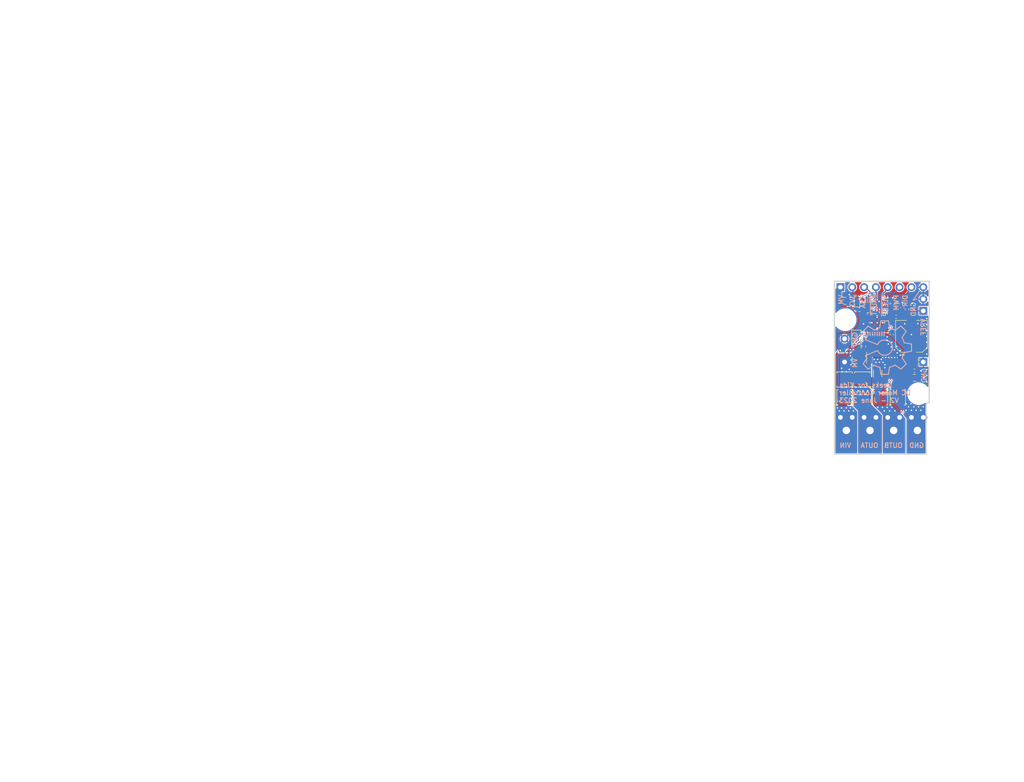
<source format=kicad_pcb>
(kicad_pcb (version 20221018) (generator pcbnew)
  (title_block (title "Brushed DC Motor Driver") (date "2023-04-26") (rev "2.0") (company "Geeks for Kids") (comment 1 "Designed for JLCPCB Manufacturing and Assembly"))
  (layers (0 "F.Cu" signal "Front") (31 "B.Cu" signal "Back") (34 "B.Paste" user) (35 "F.Paste" user) (36 "B.SilkS" user "B.Silkscreen") (37 "F.SilkS" user "F.Silkscreen") (38 "B.Mask" user) (39 "F.Mask" user) (44 "Edge.Cuts" user))
  (net 0 "")
  (net 1 "GND")
  (net 2 "VDDA")
  (net 3 "VDD")
  (net 4 "/CPL")
  (net 5 "/CPH")
  (net 6 "/VCP")
  (net 7 "VCC")
  (net 8 "+BATT")
  (net 9 "Net-(D1-A)")
  (net 10 "/CSA_OUT")
  (net 11 "/~{FAULT}")
  (net 12 "/~{SLEEP}")
  (net 13 "/PWM")
  (net 14 "/DIR")
  (net 15 "/VREF")
  (net 16 "/MOTOR_OUT_A")
  (net 17 "/MOTOR_OUT_B")
  (net 18 "/CURRENT_SENSE_P")
  (net 19 "/V_SENSE")
  (net 20 "/CURRENT_SENSE_N")
  (net 21 "/GR")
  (net 22 "Net-(Q1-B)")
  (net 23 "/GH2")
  (net 24 "/GL2")
  (net 25 "/GH1")
  (net 26 "/GL1")
  (net 27 "/~{CHOPPING}")
  (net 28 "/IDRIVE")
  (net 29 "/REF_3V3")
  (footprint "Brushed_DC_Motor_Driver_Parts:C_0805_2012Metric" (layer "F.Cu") (at 200.34 88.04 180)
    (fp_text reference "C8" hide)
    (fp_text value "10u" hide)
  )
  (footprint "Brushed_DC_Motor_Driver_Parts:MountingHole_2.2mm_M2" (layer "F.Cu") (at 216.154 107.95)
    (fp_text reference "H1" hide)
    (fp_text value "MountingHole_Pad" hide)
  )
  (footprint "Brushed_DC_Motor_Driver_Parts:C_0805_2012Metric" (layer "F.Cu") (at 215.265 104.521 180)
    (fp_text reference "C6" hide)
    (fp_text value "10u" hide)
  )
  (footprint "Brushed_DC_Motor_Driver_Parts:PinHeader_1x02_P5.00mm_Vertical" (layer "F.Cu") (at 200.279 101.1428 90)
    (fp_text reference "J4" hide)
    (fp_text value "Conn_01x02" hide)
  )
  (footprint "Brushed_DC_Motor_Driver_Parts:AON7418" (layer "F.Cu") (at 211.709 108.712 90)
    (fp_text reference "Q2" hide)
    (fp_text value "AON7418" hide)
  )
  (footprint "Brushed_DC_Motor_Driver_Parts:R_0402_1005Metric" (layer "F.Cu") (at 200.63 98.76 180)
    (fp_text reference "R9" hide)
    (fp_text value "43k" hide)
  )
  (footprint "Brushed_DC_Motor_Driver_Parts:PinHeader_1x01_P2.54mm_Vertical" (layer "F.Cu") (at 217.17 101.1428)
    (fp_text reference "J5" hide)
    (fp_text value "Conn_01x01" hide)
  )
  (footprint "Brushed_DC_Motor_Driver_Parts:MountingHole_2.2mm_M2" (layer "F.Cu") (at 200.406 92.075)
    (fp_text reference "H2" hide)
    (fp_text value "MountingHole_Pad" hide)
  )
  (footprint "Brushed_DC_Motor_Driver_Parts:D_SOD-123F" (layer "F.Cu") (at 202.81 96.52 -90)
    (fp_text reference "D1" hide)
    (fp_text value "A2" hide)
  )
  (footprint "Brushed_DC_Motor_Driver_Parts:R_0402_1005Metric" (layer "F.Cu") (at 213.677 89.84 -90)
    (fp_text reference "R1" hide)
    (fp_text value "330k" hide)
  )
  (footprint "Brushed_DC_Motor_Driver_Parts:RGE0024F" (layer "F.Cu") (at 207.284 92.715 180)
    (fp_text reference "U1" hide)
    (fp_text value "DRV8701" hide)
  )
  (footprint "Brushed_DC_Motor_Driver_Parts:R_0402_1005Metric" (layer "F.Cu") (at 214.82 89.84 90)
    (fp_text reference "R2" hide)
    (fp_text value "68.1k" hide)
  )
  (footprint "Brushed_DC_Motor_Driver_Parts:AON7418" (layer "F.Cu") (at 200.279 104.902 180)
    (fp_text reference "Q5" hide)
    (fp_text value "AON7418" hide)
  )
  (footprint "Brushed_DC_Motor_Driver_Parts:SOT-23" (layer "F.Cu") (at 203.454 100.711 -90)
    (fp_text reference "Q1" hide)
    (fp_text value "MMBT5551" hide)
  )
  (footprint "Brushed_DC_Motor_Driver_Parts:C_0402_1005Metric" (layer "F.Cu") (at 209.55 88.62 -90)
    (fp_text reference "C2" hide)
    (fp_text value "1u" hide)
  )
  (footprint "Brushed_DC_Motor_Driver_Parts:AON7418" (layer "F.Cu") (at 207.899 108.712 -90)
    (fp_text reference "Q3" hide)
    (fp_text value "AON7418" hide)
  )
  (footprint "Brushed_DC_Motor_Driver_Parts:C_0402_1005Metric" (layer "F.Cu") (at 212.6488 89.535 -90)
    (fp_text reference "C1" hide)
    (fp_text value "1u" hide)
  )
  (footprint "Brushed_DC_Motor_Driver_Parts:C_0402_1005Metric" (layer "F.Cu") (at 215.28 103.01 180)
    (fp_text reference "C5" hide)
    (fp_text value "0.1u" hide)
  )
  (footprint "Brushed_DC_Motor_Driver_Parts:C_0402_1005Metric" (layer "F.Cu") (at 211.328 91.44)
    (fp_text reference "C3" hide)
    (fp_text value "0.1u" hide)
  )
  (footprint "Brushed_DC_Motor_Driver_Parts:CP_Elec_6.3x7.7" (layer "F.Cu") (at 214.63 95.631 90)
    (fp_text reference "C7" hide)
    (fp_text value "150u" hide)
  )
  (footprint "Brushed_DC_Motor_Driver_Parts:AON7418" (layer "F.Cu") (at 200.279 108.712 90)
    (fp_text reference "Q4" hide)
    (fp_text value "AON7418" hide)
  )
  (footprint "Brushed_DC_Motor_Driver_Parts:PinHeader_1x08_P2.54mm_Vertical" (layer "F.Cu") (at 199.39 113.03 90)
    (fp_text reference "J6" hide)
    (fp_text value "Conn_01x08" hide)
  )
  (footprint "Brushed_DC_Motor_Driver_Parts:PinHeader_1x02_P2.54mm_Vertical" (layer "F.Cu") (at 217.17 90.17 180)
    (fp_text reference "J2" hide)
    (fp_text value "Conn_01x02" hide)
  )
  (footprint "Brushed_DC_Motor_Driver_Parts:CUI_TB004-508-04BE" (layer "F.Cu") (at 200.66 115.824)
    (fp_text reference "J3" hide)
    (fp_text value "Screw_Terminal_01x04" hide)
  )
  (footprint "Brushed_DC_Motor_Driver_Parts:R_0402_1005Metric" (layer "F.Cu") (at 204.216 88.327 90)
    (fp_text reference "R11" hide)
    (fp_text value "10k" hide)
  )
  (footprint "Brushed_DC_Motor_Driver_Parts:R_0402_1005Metric" (layer "F.Cu") (at 203.454 89.916)
    (fp_text reference "R7" hide)
    (fp_text value "10k" hide)
  )
  (footprint "Brushed_DC_Motor_Driver_Parts:PinHeader_1x08_P2.54mm_Vertical" (layer "F.Cu") (at 199.39 85.09 90)
    (fp_text reference "J1" hide)
    (fp_text value "Conn_01x08" hide)
  )
  (footprint "Brushed_DC_Motor_Driver_Parts:R_1206_3216Metric" (layer "F.Cu") (at 207.391 103.632 90)
    (fp_text reference "R10" hide)
    (fp_text value "1m" hide)
  )
  (footprint "Brushed_DC_Motor_Driver_Parts:NetTie-2_SMD_Pad0.2mm" (layer "F.Cu") (at 208.153 103.378 180)
    (fp_text reference "NT2" hide)
    (fp_text value "NetTie_2" hide)
  )
  (footprint "Brushed_DC_Motor_Driver_Parts:R_0402_1005Metric" (layer "F.Cu") (at 211.582 88.61 -90)
    (fp_text reference "R5" hide)
    (fp_text value "68.1k" hide)
  )
  (footprint "Brushed_DC_Motor_Driver_Parts:C_0402_1005Metric" (layer "F.Cu") (at 210.439 95.25 -90)
    (fp_text reference "C4" hide)
    (fp_text value "1u" hide)
  )
  (footprint "Brushed_DC_Motor_Driver_Parts:R_0402_1005Metric" (layer "F.Cu") (at 204.43 97.79 -90)
    (fp_text reference "R8" hide)
    (fp_text value "10k" hide)
  )
  (footprint "Brushed_DC_Motor_Driver_Parts:R_0402_1005Metric" (layer "F.Cu") (at 210.566 88.61 90)
    (fp_text reference "R6" hide)
    (fp_text value "~" hide)
  )
  (footprint "Brushed_DC_Motor_Driver_Parts:AON7418" (layer "F.Cu") (at 204.089 104.902 180)
    (fp_text reference "Q6" hide)
    (fp_text value "AON7418" hide)
  )
  (footprint "Diode_SMD:D_SOD-523" (layer "F.Cu") (at 202.946 88.073 90)
    (fp_text reference "D1001" hide)
    (fp_text value "3V3")
  )
  (footprint "Brushed_DC_Motor_Driver_Parts:NetTie-2_SMD_Pad0.2mm" (layer "F.Cu") (at 207.391 104.648 90)
    (fp_text reference "NT1" hide)
    (fp_text value "NetTie_2" hide)
  )
  (gr_arc (start 205.063331 100.325406) (mid 204.910021 100.04547) (end 204.777168 99.755267) (stroke (width 0.2032)) (layer "B.SilkS"))
  (gr_arc (start 207.365167 97.413267) (mid 210.540167 98.048267) (end 207.365167 98.683267) (stroke (width 0.2032)) (layer "B.SilkS"))
  (gr_line (start 215.773 87.63) (end 215.011 87.884) (stroke (width 0.2032)) (layer "B.SilkS"))
  (gr_arc (start 204.787168 96.375267) (mid 204.930989 96.059717) (end 205.098639 95.756156) (stroke (width 0.2032)) (layer "B.SilkS"))
  (gr_line (start 212.377167 93.425267) (end 211.117166 94.335268) (stroke (width 0.2032)) (layer "B.SilkS"))
  (gr_line (start 205.357167 102.675267) (end 206.637167 101.795266) (stroke (width 0.2032)) (layer "B.SilkS"))
  (gr_line (start 204.777167 99.755267) (end 207.365167 98.683267) (stroke (width 0.2032)) (layer "B.SilkS"))
  (gr_line (start 211.102158 101.803915) (end 212.397167 102.655267) (stroke (width 0.2032)) (layer "B.SilkS"))
  (gr_line (start 214.657167 98.815267) (end 214.647167 97.285267) (stroke (width 0.2032)) (layer "B.SilkS"))
  (gr_line (start 207.858004 102.301886) (end 208.087167 103.795267) (stroke (width 0.2032)) (layer "B.SilkS"))
  (gr_line (start 204.787167 96.375267) (end 207.365167 97.413267) (stroke (width 0.2032)) (layer "B.SilkS"))
  (gr_arc (start 206.646926 94.304868) (mid 207.20941 94.018273) (end 207.807167 93.815268) (stroke (width 0.2032)) (layer "B.SilkS"))
  (gr_line (start 215.011 87.884) (end 216.281 85.979) (stroke (width 0.2032)) (layer "B.SilkS"))
  (gr_arc (start 209.946663 93.857313) (mid 210.549392 94.053487) (end 211.117166 94.335268) (stroke (width 0.2032)) (layer "B.SilkS"))
  (gr_line (start 209.946663 93.857313) (end 209.707167 92.315267) (stroke (width 0.2032)) (layer "B.SilkS"))
  (gr_line (start 205.357167 93.435267) (end 204.247167 94.555267) (stroke (width 0.2032)) (layer "B.SilkS"))
  (gr_line (start 209.707167 92.315267) (end 208.077167 92.315267) (stroke (width 0.2032)) (layer "B.SilkS"))
  (gr_arc (start 213.06943 99.135864) (mid 212.876838 99.70177) (end 212.607167 100.235267) (stroke (width 0.2032)) (layer "B.SilkS"))
  (gr_line (start 214.647167 97.285267) (end 213.067167 97.005267) (stroke (width 0.2032)) (layer "B.SilkS"))
  (gr_line (start 212.602616 95.867939) (end 213.507167 94.565267) (stroke (width 0.2032)) (layer "B.SilkS"))
  (gr_arc (start 207.858004 102.301886) (mid 207.228475 102.094627) (end 206.637167 101.795266) (stroke (width 0.2032)) (layer "B.SilkS"))
  (gr_arc (start 211.102158 101.803915) (mid 210.541227 102.07606) (end 209.947167 102.265267) (stroke (width 0.2032)) (layer "B.SilkS"))
  (gr_line (start 212.397167 102.655267) (end 213.527167 101.545267) (stroke (width 0.2032)) (layer "B.SilkS"))
  (gr_line (start 205.063331 100.325406) (end 204.267167 101.545267) (stroke (width 0.2032)) (layer "B.SilkS"))
  (gr_line (start 208.077167 92.315267) (end 207.807167 93.815268) (stroke (width 0.2032)) (layer "B.SilkS"))
  (gr_line (start 213.527167 101.545267) (end 212.607167 100.235267) (stroke (width 0.2032)) (layer "B.SilkS"))
  (gr_line (start 209.667167 103.795267) (end 209.947167 102.265267) (stroke (width 0.2032)) (layer "B.SilkS"))
  (gr_line (start 213.06943 99.135864) (end 214.657167 98.815267) (stroke (width 0.2032)) (layer "B.SilkS"))
  (gr_line (start 213.36 86.487) (end 213.741 85.979) (stroke (width 0.2032)) (layer "B.SilkS"))
  (gr_line (start 213.507167 94.565267) (end 212.377167 93.425267) (stroke (width 0.2032)) (layer "B.SilkS"))
  (gr_line (start 204.267167 101.545267) (end 205.357167 102.675267) (stroke (width 0.2032)) (layer "B.SilkS"))
  (gr_line (start 208.087167 103.795267) (end 209.667167 103.795267) (stroke (width 0.2032)) (layer "B.SilkS"))
  (gr_arc (start 212.602616 95.867939) (mid 212.875661 96.41995) (end 213.067167 97.005267) (stroke (width 0.2032)) (layer "B.SilkS"))
  (gr_line (start 204.247167 94.555267) (end 205.098639 95.756156) (stroke (width 0.2032)) (layer "B.SilkS"))
  (gr_line (start 206.646926 94.304868) (end 205.357167 93.435267) (stroke (width 0.2032)) (layer "B.SilkS"))
  (gr_arc (start 217.805 110.49) (mid 217.990987 110.040987) (end 218.44 109.855) (stroke (width 0.254)) (layer "Edge.Cuts"))
  (gr_line (start 217.805 120.904) (end 217.805 110.49) (stroke (width 0.254)) (layer "Edge.Cuts"))
  (gr_line (start 198.12 120.904) (end 198.12 83.82) (stroke (width 0.254)) (layer "Edge.Cuts"))
  (gr_line (start 198.12 120.904) (end 217.805 120.904) (stroke (width 0.254)) (layer "Edge.Cuts"))
  (gr_line (start 218.44 109.855) (end 218.44 83.82) (stroke (width 0.254)) (layer "Edge.Cuts"))
  (gr_line (start 218.44 83.82) (end 198.12 83.82) (stroke (width 0.254)) (layer "Edge.Cuts"))
  (gr_text "VREF" (at 217.805 91.694 90) (layer "B.SilkS") (effects (font (size 1.016 1.016) (thickness 0.2032) bold) (justify left bottom mirror)))
  (gr_text "GND" (at 215.646 88.138 90) (layer "B.SilkS") (effects (font (size 1.016 1.016) (thickness 0.2032) bold) (justify left bottom mirror)))
  (gr_text "CSA" (at 204.851 86.614 90) (layer "B.SilkS") (effects (font (size 1.016 1.016) (thickness 0.2032) bold) (justify left bottom mirror)))
  (gr_text "OUTA" (at 207.645 119.634) (layer "B.SilkS") (effects (font (size 1.016 1.016) (thickness 0.2032) bold) (justify left bottom mirror)))
  (gr_text "GND" (at 217.932 102.362 90) (layer "B.SilkS") (effects (font (size 1.016 1.016) (thickness 0.2032) bold) (justify left bottom mirror)))
  (gr_text "VIN" (at 201.803 119.634) (layer "B.SilkS") (effects (font (size 1.016 1.016) (thickness 0.2032) bold) (justify left bottom mirror)))
  (gr_text "DIR" (at 213.868 86.614 90) (layer "B.SilkS") (effects (font (size 1.016 1.016) (thickness 0.2032) bold) (justify left bottom mirror)))
  (gr_text "GND" (at 203.073 94.615 90) (layer "B.SilkS") (effects (font (size 1.016 1.016) (thickness 0.2032) bold) (justify left bottom mirror)))
  (gr_text "PWM" (at 211.963 86.614 90) (layer "B.SilkS") (effects (font (size 1.016 1.016) (thickness 0.2032) bold) (justify left bottom mirror)))
  (gr_text "VM" (at 200.152 86.614 90) (layer "B.SilkS") (effects (font (size 1.016 1.016) (thickness 0.2032) bold) (justify left bottom mirror)))
  (gr_text "GND" (at 217.424 119.634) (layer "B.SilkS") (effects (font (size 1.016 1.016) (thickness 0.2032) bold) (justify left bottom mirror)))
  (gr_text "OUTB" (at 212.852 119.634) (layer "B.SilkS") (effects (font (size 1.016 1.016) (thickness 0.2032) bold) (justify left bottom mirror)))
  (gr_text "3V3" (at 202.565 86.487 90) (layer "B.SilkS") (effects (font (size 1.016 1.016) (thickness 0.2032) bold) (justify left bottom mirror)))
  (gr_text "~{SLEEP}" (at 209.677 86.614 90) (layer "B.SilkS") (effects (font (size 1.016 1.016) (thickness 0.2032) bold) (justify left bottom mirror)))
  (gr_text "~{FAULT}" (at 207.264 86.614 90) (layer "B.SilkS") (effects (font (size 1.016 1.016) (thickness 0.2032) bold) (justify left bottom mirror)))
  (gr_text "VM" (at 203.073 100.203 90) (layer "B.SilkS") (effects (font (size 1.016 1.016) (thickness 0.2032) bold) (justify left bottom mirror)))
  (gr_text "Geeks for Kids\nDC Motor Controller\nV2 - June 2023" (at 199.009 109.982) (layer "B.SilkS") (effects (font (size 1.016 1.016) (thickness 0.2032) bold) (justify right bottom mirror)))
  (segment (start 209.55 87.376) (end 209.55 88.14) (width 0.2032) (layer "F.Cu") (net 1))
  (segment (start 207.907 91.965) (end 207.157 92.715) (width 0.2032) (layer "F.Cu") (net 1))
  (segment (start 204.635 92.965) (end 204.35 92.96) (width 0.2032) (layer "F.Cu") (net 1))
  (segment (start 207.984 93.415) (end 207.984 92.015) (width 0.2032) (layer "F.Cu") (net 1))
  (segment (start 206.584 93.415) (end 207.984 93.415) (width 0.2032) (layer "F.Cu") (net 1))
  (segment (start 206.907 92.965) (end 207.157 92.715) (width 0.2032) (layer "F.Cu") (net 1))
  (segment (start 206.584 92.015) (end 206.584 93.415) (width 0.2032) (layer "F.Cu") (net 1))
  (segment (start 205.384 92.965) (end 204.635 92.965) (width 0.2032) (layer "F.Cu") (net 1))
  (segment (start 212.6488 88.392) (end 212.6488 89.055) (width 0.2032) (layer "F.Cu") (net 1))
  (segment (start 214.8078 88.519) (end 214.8078 89.3178) (width 0.2032) (layer "F.Cu") (net 1))
  (segment (start 204.35 92.96) (end 204.63 92.97) (width 0.2032) (layer "F.Cu") (net 1))
  (segment (start 214.8078 89.3178) (end 214.82 89.33) (width 0.2032) (layer "F.Cu") (net 1))
  (segment (start 209.057 91.965) (end 207.907 91.965) (width 0.2032) (layer "F.Cu") (net 1))
  (segment (start 207.984 92.015) (end 206.584 92.015) (width 0.2032) (layer "F.Cu") (net 1))
  (segment (start 205.257 92.965) (end 206.907 92.965) (width 0.2032) (layer "F.Cu") (net 1))
  (via (at 208.9409 102.362) (size 0.508) (drill 0.3048) (layers "F.Cu" "B.Cu") (net 1))
  (via (at 208.534 101.219) (size 0.508) (drill 0.3048) (layers "F.Cu" "B.Cu") (net 1))
  (via (at 201.3 86.67) (size 0.508) (drill 0.3048) (layers "F.Cu" "B.Cu") (net 1))
  (via (at 217.932 95.631) (size 0.508) (drill 0.3048) (layers "F.Cu" "B.Cu") (net 1))
  (via (at 216 92.92) (size 0.508) (drill 0.3048) (layers "F.Cu" "B.Cu") (net 1))
  (via (at 204.35 92.96) (size 0.508) (drill 0.3048) (layers "F.Cu" "B.Cu") (net 1))
  (via (at 216.662 111.506) (size 0.508) (drill 0.3048) (layers "F.Cu" "B.Cu") (net 1))
  (via (at 213.487 110.109) (size 0.508) (drill 0.3048) (layers "F.Cu" "B.Cu") (net 1))
  (via (at 214.63 95.25) (size 0.508) (drill 0.3048) (layers "F.Cu" "B.Cu") (net 1))
  (via (at 202.114437 89.115143) (size 0.508) (drill 0.3048) (layers "F.Cu" "B.Cu") (net 1))
  (via (at 217.932 94.361) (size 0.508) (drill 0.3048) (layers "F.Cu" "B.Cu") (net 1))
  (via (at 217.932 91.821) (size 0.508) (drill 0.3048) (layers "F.Cu" "B.Cu") (net 1))
  (via (at 215.138 110.744) (size 0.508) (drill 0.3048) (layers "F.Cu" "B.Cu") (net 1))
  (via (at 212.6488 88.392) (size 0.508) (drill 0.3048) (layers "F.Cu" "B.Cu") (net 1))
  (via (at 217.932 93.091) (size 0.508) (drill 0.3048) (layers "F.Cu" "B.Cu") (net 1))
  (via (at 214.8078 88.519) (size 0.508) (drill 0.3048) (layers "F.Cu" "B.Cu") (net 1))
  (via (at 210.566 87.3663) (size 0.508) (drill 0.3048) (layers "F.Cu" "B.Cu") (net 1))
  (via (at 214.503 110.109) (size 0.508) (drill 0.3048) (layers "F.Cu" "B.Cu") (net 1))
  (via (at 213.995 110.744) (size 0.508) (drill 0.3048) (layers "F.Cu" "B.Cu") (net 1))
  (via (at 217.932 99.441) (size 0.508) (drill 0.3048) (layers "F.Cu" "B.Cu") (net 1))
  (via (at 213.17 92.94) (size 0.508) (drill 0.3048) (layers "F.Cu" "B.Cu") (net 1))
  (via (at 217.932 104.013) (size 0.508) (drill 0.3048) (layers "F.Cu" "B.Cu") (net 1))
  (via (at 209.55 87.376) (size 0.508) (drill 0.3048) (layers "F.Cu" "B.Cu") (net 1))
  (via (at 215.646 111.506) (size 0.508) (drill 0.3048) (layers "F.Cu" "B.Cu") (net 1))
  (via (at 207.772 101.219) (size 0.508) (drill 0.3048) (layers "F.Cu" "B.Cu") (net 1))
  (via (at 199.39 98.679) (size 0.508) (drill 0.3048) (layers "F.Cu" "B.Cu") (net 1))
  (via (at 217.932 102.743) (size 0.508) (drill 0.3048) (layers "F.Cu" "B.Cu") (net 1))
  (via (at 216.64 103.01) (size 0.508) (drill 0.3048) (layers "F.Cu" "B.Cu") (net 1))
  (via (at 214.63 111.506) (size 0.508) (drill 0.3048) (layers "F.Cu" "B.Cu") (net 1))
  (via (at 206.6431 100.584) (size 0.508) (drill 0.3048) (layers "F.Cu" "B.Cu") (net 1))
  (via (at 208.153 100.584) (size 0.508) (drill 0.3048) (layers "F.Cu" "B.Cu") (net 1))
  (via (at 217.932 96.901) (size 0.508) (drill 0.3048) (layers "F.Cu" "B.Cu") (net 1))
  (via (at 207.01 101.219) (size 0.508) (drill 0.3048) (layers "F.Cu" "B.Cu") (net 1))
  (via (at 207.712078 88.138) (size 0.508) (drill 0.3048) (layers "F.Cu" "B.Cu") (net 1))
  (via (at 208.9409 101.727) (size 0.508) (drill 0.3048) (layers "F.Cu" "B.Cu") (net 1))
  (via (at 217.932 98.171) (size 0.508) (drill 0.3048) (layers "F.Cu" "B.Cu") (net 1))
  (via (at 207.391 100.584) (size 0.508) (drill 0.3048) (layers "F.Cu" "B.Cu") (net 1))
  (via (at 217.17 110.744) (size 0.508) (drill 0.3048) (layers "F.Cu" "B.Cu") (net 1))
  (via (at 202.38 88.04) (size 0.508) (drill 0.3048) (layers "F.Cu" "B.Cu") (net 1))
  (via (at 213.487 111.506) (size 0.508) (drill 0.3048) (layers "F.Cu" "B.Cu") (net 1))
  (via (at 217.932 105.41) (size 0.508) (drill 0.3048) (layers "F.Cu" "B.Cu") (net 1))
  (via (at 217.3 104.51) (size 0.508) (drill 0.3048) (layers "F.Cu" "B.Cu") (net 1))
  (via (at 216.154 110.744) (size 0.508) (drill 0.3048) (layers "F.Cu" "B.Cu") (net 1))
  (segment (start 209.439235 90.815) (end 208.534 90.815) (width 0.2032) (layer "F.Cu") (net 2))
  (segment (start 212.306222 90.3172) (end 209.937035 90.3172) (width 0.2032) (layer "F.Cu") (net 2))
  (segment (start 213.677 89.33) (end 213.677 88.582) (width 0.2032) (layer "F.Cu") (net 2))
  (segment (start 213.677 89.33) (end 213.2614 89.7456) (width 0.2032) (layer "F.Cu") (net 2))
  (segment (start 209.937035 90.3172) (end 209.439235 90.815) (width 0.2032) (layer "F.Cu") (net 2))
  (segment (start 211.57 88.14) (end 211.61 88.1) (width 0.2032) (layer "F.Cu") (net 2))
  (segment (start 212.979 87.884) (end 211.798 87.884) (width 0.2032) (layer "F.Cu") (net 2))
  (segment (start 211.798 87.884) (end 211.582 88.1) (width 0.2032) (layer "F.Cu") (net 2))
  (segment (start 213.677 88.582) (end 212.979 87.884) (width 0.2032) (layer "F.Cu") (net 2))
  (segment (start 213.2614 89.7456) (end 212.877822 89.7456) (width 0.2032) (layer "F.Cu") (net 2))
  (segment (start 212.877822 89.7456) (end 212.306222 90.3172) (width 0.2032) (layer "F.Cu") (net 2))
  (via (at 208.661 88.9) (size 0.508) (drill 0.3048) (layers "F.Cu" "B.Cu") (net 3))
  (segment (start 204.077268 88.042001) (end 201.93 85.894733) (width 0.2032) (layer "B.Cu") (net 3))
  (segment (start 206.733241 87.57) (end 206.26124 88.042001) (width 0.2032) (layer "B.Cu") (net 3))
  (segment (start 206.26124 88.042001) (end 204.077268 88.042001) (width 0.2032) (layer "B.Cu") (net 3))
  (segment (start 208.661 88.237563) (end 207.993437 87.57) (width 0.2032) (layer "B.Cu") (net 3))
  (segment (start 201.93 85.894733) (end 201.93 85.09) (width 0.2032) (layer "B.Cu") (net 3))
  (segment (start 208.661 88.9) (end 208.661 88.237563) (width 0.2032) (layer "B.Cu") (net 3))
  (segment (start 207.993437 87.57) (end 206.733241 87.57) (width 0.2032) (layer "B.Cu") (net 3))
  (segment (start 209.057 92.465) (end 209.823 92.465) (width 0.2032) (layer "F.Cu") (net 4))
  (segment (start 209.823 92.465) (end 210.848 91.44) (width 0.2032) (layer "F.Cu") (net 4))
  (segment (start 210.828978 92.1056) (end 211.193284 92.1056) (width 0.2032) (layer "F.Cu") (net 5))
  (segment (start 209.969578 92.965) (end 210.828978 92.1056) (width 0.2032) (layer "F.Cu") (net 5))
  (segment (start 211.193284 92.1056) (end 211.808 91.490884) (width 0.2032) (layer "F.Cu") (net 5))
  (segment (start 209.057 92.965) (end 209.969578 92.965) (width 0.2032) (layer "F.Cu") (net 5))
  (segment (start 211.808 91.490884) (end 211.808 91.44) (width 0.2032) (layer "F.Cu") (net 5))
  (segment (start 210.439 93.98) (end 210.439 94.77) (width 0.2032) (layer "F.Cu") (net 6))
  (segment (start 209.924 93.465) (end 209.057 93.465) (width 0.2032) (layer "F.Cu") (net 6))
  (segment (start 210.185 93.726) (end 210.439 93.98) (width 0.2032) (layer "F.Cu") (net 6))
  (segment (start 210.185 93.726) (end 209.924 93.465) (width 0.2032) (layer "F.Cu") (net 6))
  (segment (start 204.47 95.631) (end 204.47 97.28) (width 0.2032) (layer "F.Cu") (net 6))
  (via (at 204.47 95.631) (size 0.508) (drill 0.3048) (layers "F.Cu" "B.Cu") (net 6))
  (via (at 210.185 93.726) (size 0.508) (drill 0.3048) (layers "F.Cu" "B.Cu") (net 6))
  (segment (start 208.788 95.123) (end 210.185 93.726) (width 0.2032) (layer "B.Cu") (net 6))
  (segment (start 208.788 95.123) (end 204.978 95.123) (width 0.2032) (layer "B.Cu") (net 6))
  (segment (start 204.978 95.123) (end 204.47 95.631) (width 0.2032) (layer "B.Cu") (net 6))
  (segment (start 198.628 99.568) (end 200.279 101.219) (width 0.3048) (layer "F.Cu") (net 7))
  (segment (start 200.758 89.408) (end 199.39 88.04) (width 0.2032) (layer "F.Cu") (net 7))
  (segment (start 198.628 98.933) (end 198.628 99.568) (width 0.3048) (layer "F.Cu") (net 7))
  (segment (start 202.125737 89.916) (end 201.617737 89.408) (width 0.2032) (layer "F.Cu") (net 7))
  (segment (start 201.617737 89.408) (end 200.758 89.408) (width 0.2032) (layer "F.Cu") (net 7))
  (segment (start 199.377 87.63) (end 199.377 85.103) (width 0.508) (layer "F.Cu") (net 7))
  (segment (start 199.377 85.103) (end 199.39 85.09) (width 0.3048) (layer "F.Cu") (net 7))
  (segment (start 202.879 89.916) (end 202.125737 89.916) (width 0.2032) (layer "F.Cu") (net 7))
  (segment (start 202.944 89.851) (end 202.879 89.916) (width 0.2032) (layer "F.Cu") (net 7))
  (via (at 210.439 96.901) (size 0.508) (drill 0.3048) (layers "F.Cu" "B.Cu") (net 7))
  (via (at 210.947 98.552) (size 0.508) (drill 0.3048) (layers "F.Cu" "B.Cu") (net 7))
  (via (at 212.217 98.679) (size 0.508) (drill 0.3048) (layers "F.Cu" "B.Cu") (net 7))
  (via (at 201.803 108.331) (size 0.508) (drill 0.3048) (layers "F.Cu" "B.Cu") (net 7))
  (via (at 209.423 96.52) (size 0.508) (drill 0.3048) (layers "F.Cu" "B.Cu") (net 7))
  (via (at 198.628 98.933) (size 0.508) (drill 0.3048) (layers "F.Cu" "B.Cu") (net 7))
  (via (at 199.644 102.489) (size 0.508) (drill 0.3048) (layers "F.Cu" "B.Cu") (net 7))
  (via (at 199.771 103.251) (size 0.508) (drill 0.3048) (layers "F.Cu" "B.Cu") (net 7))
  (via (at 200.66 103.251) (size 0.508) (drill 0.3048) (layers "F.Cu" "B.Cu") (net 7))
  (via (at 210.312 97.917) (size 0.508) (drill 0.3048) (layers "F.Cu" "B.Cu") (net 7))
  (via (at 211.582 99.187) (size 0.508) (drill 0.3048) (layers "F.Cu" "B.Cu") (net 7))
  (via (at 209.677 97.282) (size 0.508) (drill 0.3048) (layers "F.Cu" "B.Cu") (net 7))
  (via (at 212.217 99.695) (size 0.508) (drill 0.3048) (layers "F.Cu" "B.Cu") (net 7))
  (via (at 199.771 106.553) (size 0.508) (drill 0.3048) (layers "F.Cu" "B.Cu") (net 7))
  (via (at 211.455 97.79) (size 0.508) (drill 0.3048) (layers "F.Cu" "B.Cu") (net 7))
  (via (at 209.423 95.758) (size 0.508) (drill 0.3048) (layers "F.Cu" "B.Cu") (net 7))
  (via (at 201.803 107.569) (size 0.508) (drill 0.3048) (layers "F.Cu" "B.Cu") (net 7))
  (via (at 201.676 101.727) (size 0.508) (drill 0.3048) (layers "F.Cu" "B.Cu") (net 7))
  (via (at 201.803 109.093) (size 0.508) (drill 0.3048) (layers "F.Cu" "B.Cu") (net 7))
  (via (at 201.549 99.822) (size 0.508) (drill 0.3048) (layers "F.Cu" "B.Cu") (net 7))
  (via (at 201.295 102.743) (size 0.508) (drill 0.3048) (layers "F.Cu" "B.Cu") (net 7))
  (via (at 201.676 100.711) (size 0.508) (drill 0.3048) (layers "F.Cu" "B.Cu") (net 7))
  (via (at 200.66 106.553) (size 0.508) (drill 0.3048) (layers "F.Cu" "B.Cu") (net 7))
  (segment (start 202.957454 91.420888) (end 202.892881 91.179916) (width 0.3048) (layer "B.Cu") (net 7))
  (segment (start 201.747613 94.341668) (end 201.945531 94.189796) (width 0.3048) (layer "B.Cu") (net 7))
  (segment (start 202.035077 94.102938) (end 202.433939 93.704076) (width 0.3048) (layer "B.Cu") (net 7))
  (segment (start 202.9919 91.792962) (end 202.990022 91.668226) (width 0.3048) (layer "B.Cu") (net 7))
  (segment (start 198.4756 86.0044) (end 199.39 85.09) (width 0.3048) (layer "B.Cu") (net 7))
  (segment (start 202.797432 93.200576) (end 202.892906 92.970091) (width 0.3048) (layer "B.Cu") (net 7))
  (segment (start 201.531576 89.683568) (end 201.301091 89.588094) (width 0.3048) (layer "B.Cu") (net 7))
  (segment (start 201.531565 94.466408) (end 201.747613 94.341668) (width 0.3048) (layer "B.Cu") (net 7))
  (segment (start 202.672691 93.416626) (end 202.797432 93.200576) (width 0.3048) (layer "B.Cu") (net 7))
  (segment (start 202.892906 92.970091) (end 202.95748 92.729117) (width 0.3048) (layer "B.Cu") (net 7))
  (segment (start 202.520816 93.614547) (end 202.672691 93.416626) (width 0.3048) (layer "B.Cu") (net 7))
  (segment (start 198.4756 88.4936) (end 198.4756 86.0044) (width 0.3048) (layer "B.Cu") (net 7))
  (segment (start 200.688038 94.6609) (end 200.812774 94.659022) (width 0.3048) (layer "B.Cu") (net 7))
  (segment (start 202.672668 90.733387) (end 202.520796 90.535469) (width 0.3048) (layer "B.Cu") (net 7))
  (segment (start 202.520796 90.535469) (end 202.433938 90.445923) (width 0.3048) (layer "B.Cu") (net 7))
  (segment (start 202.797408 90.949435) (end 202.672668 90.733387) (width 0.3048) (layer "B.Cu") (net 7))
  (segment (start 198.4756 98.7806) (end 198.4756 94.6609) (width 0.3048) (layer "B.Cu") (net 7))
  (segment (start 201.060112 94.626454) (end 201.301084 94.561881) (width 0.3048) (layer "B.Cu") (net 7))
  (segment (start 202.990048 92.481776) (end 202.9919 92.357038) (width 0.3048) (layer "B.Cu") (net 7))
  (segment (start 201.945531 94.189796) (end 202.035077 94.102938) (width 0.3048) (layer "B.Cu") (net 7))
  (segment (start 202.035076 90.047061) (end 201.945547 89.960184) (width 0.3048) (layer "B.Cu") (net 7))
  (segment (start 200.812774 94.659022) (end 201.060112 94.626454) (width 0.3048) (layer "B.Cu") (net 7))
  (segment (start 202.433938 90.445923) (end 202.035076 90.047061) (width 0.3048) (layer "B.Cu") (net 7))
  (segment (start 201.060117 89.52352) (end 200.812776 89.490952) (width 0.3048) (layer "B.Cu") (net 7))
  (segment (start 199.4711 89.4891) (end 198.4756 88.4936) (width 0.3048) (layer "B.Cu") (net 7))
  (segment (start 201.301091 89.588094) (end 201.060117 89.52352) (width 0.3048) (layer "B.Cu") (net 7))
  (segment (start 198.628 98.933) (end 198.4756 98.7806) (width 0.3048) (layer "B.Cu") (net 7))
  (segment (start 201.747626 89.808309) (end 201.531576 89.683568) (width 0.3048) (layer "B.Cu") (net 7))
  (segment (start 202.990022 91.668226) (end 202.957454 91.420888) (width 0.3048) (layer "B.Cu") (net 7))
  (segment (start 200.688038 89.4891) (end 199.4711 89.4891) (width 0.3048) (layer "B.Cu") (net 7))
  (segment (start 201.945547 89.960184) (end 201.747626 89.808309) (width 0.3048) (layer "B.Cu") (net 7))
  (segment (start 202.95748 92.729117) (end 202.990048 92.481776) (width 0.3048) (layer "B.Cu") (net 7))
  (segment (start 198.4756 94.6609) (end 200.688038 94.6609) (width 0.3048) (layer "B.Cu") (net 7))
  (segment (start 202.892881 91.179916) (end 202.797408 90.949435) (width 0.3048) (layer "B.Cu") (net 7))
  (segment (start 202.9919 92.357038) (end 202.9919 91.792962) (width 0.3048) (layer "B.Cu") (net 7))
  (segment (start 202.433939 93.704076) (end 202.520816 93.614547) (width 0.3048) (layer "B.Cu") (net 7))
  (segment (start 200.812776 89.490952) (end 200.688038 89.4891) (width 0.3048) (layer "B.Cu") (net 7))
  (segment (start 201.301084 94.561881) (end 201.531565 94.466408) (width 0.3048) (layer "B.Cu") (net 7))
  (segment (start 204.063255 95.12) (end 202.81 95.12) (width 0.254) (layer "F.Cu") (net 8))
  (segment (start 204.29287 94.890385) (end 204.063255 95.12) (width 0.254) (layer "F.Cu") (net 8))
  (via (at 198.755 110.998) (size 0.508) (drill 0.3048) (layers "F.Cu" "B.Cu") (net 8))
  (via (at 199.136 111.633) (size 0.508) (drill 0.3048) (layers "F.Cu" "B.Cu") (net 8))
  (via (at 204.29287 94.890385) (size 0.508) (drill 0.3048) (layers "F.Cu" "B.Cu") (net 8))
  (via (at 201.549 110.998) (size 0.508) (drill 0.3048) (layers "F.Cu" "B.Cu") (net 8))
  (via (at 201.168 111.633) (size 0.508) (drill 0.3048) (layers "F.Cu" "B.Cu") (net 8))
  (via (at 200.152 111.633) (size 0.508) (drill 0.3048) (layers "F.Cu" "B.Cu") (net 8))
  (via (at 200.66 110.998) (size 0.508) (drill 0.3048) (layers "F.Cu" "B.Cu") (net 8))
  (via (at 199.644 110.998) (size 0.508) (drill 0.3048) (layers "F.Cu" "B.Cu") (net 8))
  (via (at 202.184 111.633) (size 0.508) (drill 0.3048) (layers "F.Cu" "B.Cu") (net 8))
  (segment (start 204.29287 94.890385) (end 203.2259 95.957355) (width 0.254) (layer "B.Cu") (net 8))
  (segment (start 198.4502 110.6932) (end 198.755 110.998) (width 0.254) (layer "B.Cu") (net 8))
  (segment (start 203.2259 95.957355) (end 203.2259 96.41068) (width 0.254) (layer "B.Cu") (net 8))
  (segment (start 200.236579 99.400001) (end 199.113499 99.400001) (width 0.254) (layer "B.Cu") (net 8))
  (segment (start 203.2259 96.41068) (end 200.236579 99.400001) (width 0.254) (layer "B.Cu") (net 8))
  (segment (start 199.113499 99.400001) (end 198.4502 100.0633) (width 0.254) (layer "B.Cu") (net 8))
  (segment (start 198.4502 100.0633) (end 198.4502 110.6932) (width 0.254) (layer "B.Cu") (net 8))
  (segment (start 202.8952 97.92) (end 202.8952 98.6282) (width 0.254) (layer "F.Cu") (net 9))
  (segment (start 202.8952 98.6282) (end 203.454 99.187) (width 0.254) (layer "F.Cu") (net 9))
  (segment (start 203.454 99.187) (end 203.454 101.6485) (width 0.254) (layer "F.Cu") (net 9))
  (segment (start 206.747378 89.000751) (end 206.747378 87.092937) (width 0.2032) (layer "F.Cu") (net 10))
  (segment (start 206.534 90.815) (end 206.534 90.421395) (width 0.2032) (layer "F.Cu") (net 10))
  (segment (start 206.998219 89.957176) (end 206.998219 89.251592) (width 0.2032) (layer "F.Cu") (net 10))
  (segment (start 204.744441 85.09) (end 204.47 85.09) (width 0.2032) (layer "F.Cu") (net 10))
  (segment (start 206.747378 87.092937) (end 204.744441 85.09) (width 0.2032) (layer "F.Cu") (net 10))
  (segment (start 206.998219 89.251592) (end 206.747378 89.000751) (width 0.2032) (layer "F.Cu") (net 10))
  (segment (start 206.534 90.421395) (end 206.998219 89.957176) (width 0.2032) (layer "F.Cu") (net 10))
  (segment (start 207.534 89.212637) (end 207.534 90.815) (width 0.2032) (layer "F.Cu") (net 11))
  (segment (start 207.153778 86.267415) (end 207.153778 88.832415) (width 0.2032) (layer "F.Cu") (net 11))
  (segment (start 207.01 86.123637) (end 207.153778 86.267415) (width 0.2032) (layer "F.Cu") (net 11))
  (segment (start 207.01 85.09) (end 207.01 86.123637) (width 0.2032) (layer "F.Cu") (net 11))
  (segment (start 207.153778 88.832415) (end 207.534 89.212637) (width 0.2032) (layer "F.Cu") (net 11))
  (segment (start 205.379 90.212103) (end 205.379 91.465) (width 0.2032) (layer "F.Cu") (net 12))
  (segment (start 203.949115 87.550115) (end 204.216 87.817) (width 0.2032) (layer "F.Cu") (net 12))
  (segment (start 205.379 91.465) (end 205.384 91.465) (width 0.2032) (layer "F.Cu") (net 12))
  (segment (start 209.55 85.725) (end 209.55 85.09) (width 0.2032) (layer "F.Cu") (net 12))
  (segment (start 206.188578 87.3244) (end 205.867 87.645978) (width 0.2032) (layer "F.Cu") (net 12))
  (segment (start 205.867 89.724103) (end 205.379 90.212103) (width 0.2032) (layer "F.Cu") (net 12))
  (segment (start 208.58 87.3663) (end 208.58 86.441) (width 0.2032) (layer "F.Cu") (net 12))
  (segment (start 209.55 85.471) (end 209.55 85.09) (width 0.2032) (layer "F.Cu") (net 12))
  (segment (start 205.867 87.645978) (end 205.867 89.724103) (width 0.2032) (layer "F.Cu") (net 12))
  (segment (start 208.576 87.3703) (end 208.58 87.3663) (width 0.2032) (layer "F.Cu") (net 12))
  (segment (start 208.58 86.441) (end 209.55 85.471) (width 0.2032) (layer "F.Cu") (net 12))
  (segment (start 203.949115 87.123585) (end 203.949115 87.550115) (width 0.2032) (layer "F.Cu") (net 12))
  (via (at 203.949115 87.123585) (size 0.508) (drill 0.3048) (layers "F.Cu" "B.Cu") (net 12))
  (via (at 208.58 87.3663) (size 0.508) (drill 0.3048) (layers "F.Cu" "B.Cu") (net 12))
  (via (at 206.188578 87.3244) (size 0.508) (drill 0.3048) (layers "F.Cu" "B.Cu") (net 12))
  (segment (start 204.461131 87.635601) (end 203.949115 87.123585) (width 0.2032) (layer "B.Cu") (net 12))
  (segment (start 205.877377 87.635601) (end 204.461131 87.635601) (width 0.2032) (layer "B.Cu") (net 12))
  (segment (start 206.188578 87.3244) (end 206.349378 87.1636) (width 0.2032) (layer "B.Cu") (net 12))
  (segment (start 206.188578 87.3244) (end 205.877377 87.635601) (width 0.2032) (layer "B.Cu") (net 12))
  (segment (start 208.3773 87.1636) (end 208.58 87.3663) (width 0.2032) (layer "B.Cu") (net 12))
  (segment (start 206.349378 87.1636) (end 208.3773 87.1636) (width 0.2032) (layer "B.Cu") (net 12))
  (segment (start 204.7742 91.248037) (end 204.7742 91.748805) (width 0.2032) (layer "F.Cu") (net 13))
  (segment (start 204.9526 90.063767) (end 204.9526 91.069637) (width 0.2032) (layer "F.Cu") (net 13))
  (segment (start 204.9526 91.069637) (end 204.7742 91.248037) (width 0.2032) (layer "F.Cu") (net 13))
  (segment (start 204.7742 91.748805) (end 204.990395 91.965) (width 0.2032) (layer "F.Cu") (net 13))
  (segment (start 204.990395 91.965) (end 205.384 91.965) (width 0.2032) (layer "F.Cu") (net 13))
  (segment (start 205.4606 89.555767) (end 204.9526 90.063767) (width 0.2032) (layer "F.Cu") (net 13))
  (segment (start 205.263465 86.670401) (end 205.4606 86.867536) (width 0.2032) (layer "F.Cu") (net 13))
  (segment (start 205.4606 86.867536) (end 205.4606 89.555767) (width 0.2032) (layer "F.Cu") (net 13))
  (via (at 205.263465 86.670401) (size 0.508) (drill 0.3048) (layers "F.Cu" "B.Cu") (net 13))
  (segment (start 205.776844 86.3) (end 210.88 86.3) (width 0.2032) (layer "B.Cu") (net 13))
  (segment (start 205.263465 86.670401) (end 205.406443 86.670401) (width 0.2032) (layer "B.Cu") (net 13))
  (segment (start 210.88 86.3) (end 212.09 85.09) (width 0.2032) (layer "B.Cu") (net 13))
  (segment (start 205.406443 86.670401) (end 205.776844 86.3) (width 0.2032) (layer "B.Cu") (net 13))
  (segment (start 204.843817 92.465) (end 205.384 92.465) (width 0.2032) (layer "F.Cu") (net 14))
  (segment (start 205.0542 87.436517) (end 205.0542 89.387431) (width 0.2032) (layer "F.Cu") (net 14))
  (segment (start 204.5462 89.895431) (end 204.5462 90.901301) (width 0.2032) (layer "F.Cu") (net 14))
  (segment (start 205.0542 89.387431) (end 204.5462 89.895431) (width 0.2032) (layer "F.Cu") (net 14))
  (segment (start 204.3678 91.079701) (end 204.3678 91.988983) (width 0.2032) (layer "F.Cu") (net 14))
  (segment (start 204.654501 87.036818) (end 205.0542 87.436517) (width 0.2032) (layer "F.Cu") (net 14))
  (segment (start 204.5462 90.901301) (end 204.3678 91.079701) (width 0.2032) (layer "F.Cu") (net 14))
  (segment (start 204.3678 91.988983) (end 204.843817 92.465) (width 0.2032) (layer "F.Cu") (net 14))
  (via (at 204.654501 87.036818) (size 0.508) (drill 0.3048) (layers "F.Cu" "B.Cu") (net 14))
  (segment (start 205.966222 86.7572) (end 212.9628 86.7572) (width 0.2032) (layer "B.Cu") (net 14))
  (segment (start 205.494221 87.229201) (end 205.966222 86.7572) (width 0.2032) (layer "B.Cu") (net 14))
  (segment (start 212.9628 86.7572) (end 214.63 85.09) (width 0.2032) (layer "B.Cu") (net 14))
  (segment (start 205.032002 87.229201) (end 205.494221 87.229201) (width 0.2032) (layer "B.Cu") (net 14))
  (segment (start 204.839619 87.036818) (end 205.032002 87.229201) (width 0.2032) (layer "B.Cu") (net 14))
  (segment (start 204.654501 87.036818) (end 204.839619 87.036818) (width 0.2032) (layer "B.Cu") (net 14))
  (segment (start 215.45 90.35) (end 214.82 90.35) (width 0.2032) (layer "F.Cu") (net 15))
  (segment (start 213.2526 90.7744) (end 213.677 90.35) (width 0.2032) (layer "F.Cu") (net 15))
  (segment (start 209.435813 91.465) (end 210.126413 90.7744) (width 0.2032) (layer "F.Cu") (net 15))
  (segment (start 217.17 90.17) (end 215.63 90.17) (width 0.2032) (layer "F.Cu") (net 15))
  (segment (start 209.057 91.465) (end 209.435813 91.465) (width 0.2032) (layer "F.Cu") (net 15))
  (segment (start 210.126413 90.7744) (end 213.2526 90.7744) (width 0.2032) (layer "F.Cu") (net 15))
  (segment (start 214.82 90.35) (end 213.677 90.35) (width 0.2032) (layer "F.Cu") (net 15))
  (segment (start 215.63 90.17) (end 215.45 90.35) (width 0.2032) (layer "F.Cu") (net 15))
  (segment (start 205.5584 101.216336) (end 205.5584 94.1394) (width 0.2032) (layer "F.Cu") (net 16))
  (segment (start 205.1164 101.658336) (end 205.5584 101.216336) (width 0.2032) (layer "F.Cu") (net 16))
  (segment (start 203.704 104.271) (end 205.1164 102.8586) (width 0.2032) (layer "F.Cu") (net 16))
  (segment (start 205.1164 102.8586) (end 205.1164 101.658336) (width 0.2032) (layer "F.Cu") (net 16))
  (segment (start 205.5584 94.1394) (end 205.384 93.965) (width 0.2032) (layer "F.Cu") (net 16))
  (segment (start 203.704 104.902) (end 203.704 104.271) (width 0.2032) (layer "F.Cu") (net 16))
  (via (at 203.708 108.077) (size 0.508) (drill 0.3048) (layers "F.Cu" "B.Cu") (net 16))
  (via (at 204.724 106.553) (size 0.508) (drill 0.3048) (layers "F.Cu" "B.Cu") (net 16))
  (via (at 204.724 108.077) (size 0.508) (drill 0.3048) (layers "F.Cu" "B.Cu") (net 16))
  (via (at 205.232 107.315) (size 0.508) (drill 0.3048) (layers "F.Cu" "B.Cu") (net 16))
  (via (at 203.708 106.553) (size 0.508) (drill 0.3048) (layers "F.Cu" "B.Cu") (net 16))
  (via (at 202.692 108.077) (size 0.508) (drill 0.3048) (layers "F.Cu" "B.Cu") (net 16))
  (via (at 202.692 106.553) (size 0.508) (drill 0.3048) (layers "F.Cu" "B.Cu") (net 16))
  (via (at 204.216 107.315) (size 0.508) (drill 0.3048) (layers "F.Cu" "B.Cu") (net 16))
  (via (at 203.2 107.315) (size 0.508) (drill 0.3048) (layers "F.Cu" "B.Cu") (net 16))
  (segment (start 210.921597 100.396863) (end 208.034 97.509266) (width 0.2032) (layer "F.Cu") (net 17))
  (segment (start 209.83 107.48) (end 209.83 106.682263) (width 0.2032) (layer "F.Cu") (net 17))
  (segment (start 209.83 106.682263) (end 210.0453 106.466963) (width 0.2032) (layer "F.Cu") (net 17))
  (segment (start 209.4992 105.3592) (end 209.4992 104.721956) (width 0.2032) (layer "F.Cu") (net 17))
  (segment (start 209.4992 104.721956) (end 210.9216 103.299556) (width 0.2032) (layer "F.Cu") (net 17))
  (segment (start 210.0453 106.466963) (end 210.0453 105.9053) (width 0.2032) (layer "F.Cu") (net 17))
  (segment (start 207.899 109.097) (end 208.213 109.097) (width 0.2032) (layer "F.Cu") (net 17))
  (segment (start 208.213 109.097) (end 209.83 107.48) (width 0.2032) (layer "F.Cu") (net 17))
  (segment (start 210.9216 103.299556) (end 210.921597 100.396863) (width 0.2032) (layer "F.Cu") (net 17))
  (segment (start 210.0453 105.9053) (end 209.4992 105.3592) (width 0.2032) (layer "F.Cu") (net 17))
  (segment (start 208.034 97.509266) (end 208.034 94.615) (width 0.2032) (layer "F.Cu") (net 17))
  (via (at 208.788 111.633) (size 0.508) (drill 0.3048) (layers "F.Cu" "B.Cu") (net 17))
  (via (at 207.391 110.871) (size 0.508) (drill 0.3048) (layers "F.Cu" "B.Cu") (net 17))
  (via (at 210.439 110.871) (size 0.508) (drill 0.3048) (layers "F.Cu" "B.Cu") (net 17))
  (via (at 211.074 111.633) (size 0.508) (drill 0.3048) (layers "F.Cu" "B.Cu") (net 17))
  (via (at 208.407 110.871) (size 0.508) (drill 0.3048) (layers "F.Cu" "B.Cu") (net 17))
  (via (at 209.423 110.871) (size 0.508) (drill 0.3048) (layers "F.Cu" "B.Cu") (net 17))
  (via (at 209.931 111.633) (size 0.508) (drill 0.3048) (layers "F.Cu" "B.Cu") (net 17))
  (segment (start 210.0072 102.9208) (end 209.042 103.886) (width 0.2032) (layer "F.Cu") (net 18))
  (segment (start 207.034 97.802422) (end 210.007199 100.775621) (width 0.2032) (layer "F.Cu") (net 18))
  (segment (start 210.007199 100.775621) (end 210.0072 102.9208) (width 0.2032) (layer "F.Cu") (net 18))
  (segment (start 209.042 103.886) (end 208.153 103.886) (width 0.2032) (layer "F.Cu") (net 18))
  (segment (start 207.034 94.615) (end 207.034 97.802422) (width 0.2032) (layer "F.Cu") (net 18))
  (segment (start 208.153 103.378) (end 208.903422 103.378) (width 0.2032) (layer "F.Cu") (net 20))
  (segment (start 206.534 97.949) (end 209.55 100.965) (width 0.2032) (layer "F.Cu") (net 20))
  (segment (start 208.903422 103.378) (end 209.55 102.731422) (width 0.2032) (layer "F.Cu") (net 20))
  (segment (start 206.534 94.615) (end 206.534 97.949) (width 0.2032) (layer "F.Cu") (net 20))
  (segment (start 209.55 100.965) (end 209.55 102.731422) (width 0.2032) (layer "F.Cu") (net 20))
  (segment (start 203.7544 96.6265) (end 203.7544 97.7164) (width 0.2032) (layer "F.Cu") (net 21))
  (segment (start 204.404 98.366) (end 204.404 99.7735) (width 0.2032) (layer "F.Cu") (net 21))
  (segment (start 201.803 110.137) (end 201.254 110.137) (width 0.254) (layer "F.Cu") (net 21))
  (segment (start 203.8609 96.52) (end 203.7544 96.6265) (width 0.2032) (layer "F.Cu") (net 21))
  (segment (start 203.7544 97.7164) (end 204.404 98.366) (width 0.2032) (layer "F.Cu") (net 21))
  (via (at 203.8609 96.52) (size 0.508) (drill 0.3048) (layers "F.Cu" "B.Cu") (net 21))
  (via (at 201.803 110.137) (size 0.508) (drill 0.3048) (layers "F.Cu" "B.Cu") (net 21))
  (segment (start 198.9582 100.201878) (end 198.9582 109.6772) (width 0.254) (layer "B.Cu") (net 21))
  (segment (start 203.8609 96.52) (end 203.835 96.52) (width 0.254) (layer "B.Cu") (net 21))
  (segment (start 200.447 99.908) (end 199.252078 99.908) (width 0.254) (layer "B.Cu") (net 21))
  (segment (start 199.252078 99.908) (end 198.9582 100.201878) (width 0.254) (layer "B.Cu") (net 21))
  (segment (start 199.39 110.109) (end 201.775 110.109) (width 0.254) (layer "B.Cu") (net 21))
  (segment (start 203.835 96.52) (end 200.447 99.908) (width 0.254) (layer "B.Cu") (net 21))
  (segment (start 198.9582 109.6772) (end 199.39 110.109) (width 0.254) (layer "B.Cu") (net 21))
  (segment (start 201.775 110.109) (end 201.803 110.137) (width 0.254) (layer "B.Cu") (net 21))
  (segment (start 201.14 98.76) (end 201.9475 98.76) (width 0.2032) (layer "F.Cu") (net 22))
  (segment (start 201.9475 98.76) (end 202.504 99.3165) (width 0.2032) (layer "F.Cu") (net 22))
  (segment (start 202.504 99.3165) (end 202.504 99.7735) (width 0.2032) (layer "F.Cu") (net 22))
  (segment (start 210.132849 104.734885) (end 211.3788 103.488934) (width 0.2032) (layer "F.Cu") (net 23))
  (segment (start 211.3788 103.488934) (end 211.378796 100.207484) (width 0.2032) (layer "F.Cu") (net 23))
  (segment (start 208.534 97.362688) (end 208.534 94.615) (width 0.2032) (layer "F.Cu") (net 23))
  (segment (start 212.685578 111.866919) (end 212.684 111.865341) (width 0.2032) (layer "F.Cu") (net 23))
  (segment (start 211.378796 100.207484) (end 208.534 97.362688) (width 0.2032) (layer "F.Cu") (net 23))
  (segment (start 212.684 111.865341) (end 212.684 110.137) (width 0.2032) (layer "F.Cu") (net 23))
  (segment (start 210.132849 105.131451) (end 210.132849 104.734885) (width 0.2032) (layer "F.Cu") (net 23))
  (via (at 212.685578 111.866919) (size 0.508) (drill 0.3048) (layers "F.Cu" "B.Cu") (net 23))
  (via (at 210.132849 105.131451) (size 0.508) (drill 0.3048) (layers "F.Cu" "B.Cu") (net 23))
  (segment (start 210.566 110.109) (end 209.169 110.109) (width 0.2032) (layer "B.Cu") (net 23))
  (segment (start 208.7372 107.846905) (end 210.132849 106.451256) (width 0.2032) (layer "B.Cu") (net 23))
  (segment (start 212.323919 111.866919) (end 210.566 110.109) (width 0.2032) (layer "B.Cu") (net 23))
  (segment (start 209.169 110.109) (end 208.7372 109.6772) (width 0.2032) (layer "B.Cu") (net 23))
  (segment (start 208.7372 109.6772) (end 208.7372 107.846905) (width 0.2032) (layer "B.Cu") (net 23))
  (segment (start 210.132849 106.451256) (end 210.132849 105.131451) (width 0.2032) (layer "B.Cu") (net 23))
  (segment (start 212.685578 111.866919) (end 212.323919 111.866919) (width 0.2032) (layer "B.Cu") (net 23))
  (segment (start 206.375 107.2896) (end 206.3776 107.287) (width 0.2032) (layer "F.Cu") (net 24))
  (segment (start 209.042 104.532578) (end 210.4644 103.110178) (width 0.2032) (layer "F.Cu") (net 24))
  (segment (start 207.534 97.655844) (end 207.534 94.615) (width 0.2032) (layer "F.Cu") (net 24))
  (segment (start 209.042 105.791) (end 209.042 104.532578) (width 0.2032) (layer "F.Cu") (net 24))
  (segment (start 210.464398 100.586242) (end 207.534 97.655844) (width 0.2032) (layer "F.Cu") (net 24))
  (segment (start 209.4865 106.2355) (end 209.042 105.791) (width 0.2032) (layer "F.Cu") (net 24))
  (segment (start 210.4644 103.110178) (end 210.464398 100.586242) (width 0.2032) (layer "F.Cu") (net 24))
  (segment (start 206.3776 107.287) (end 206.924 107.287) (width 0.2032) (layer "F.Cu") (net 24))
  (via (at 209.4865 106.2355) (size 0.508) (drill 0.3048) (layers "F.Cu" "B.Cu") (net 24))
  (via (at 206.375 107.2896) (size 0.508) (drill 0.3048) (layers "F.Cu" "B.Cu") (net 24))
  (segment (start 208.28 109.855) (end 208.026 110.109) (width 0.2032) (layer "B.Cu") (net 24))
  (segment (start 209.4865 106.2355) (end 209.4865 106.451027) (width 0.2032) (layer "B.Cu") (net 24))
  (segment (start 206.375 109.728) (end 206.375 107.2896) (width 0.2032) (layer "B.Cu") (net 24))
  (segment (start 208.026 110.109) (end 206.756 110.109) (width 0.2032) (layer "B.Cu") (net 24))
  (segment (start 208.280001 107.657526) (end 208.28 109.855) (width 0.2032) (layer "B.Cu") (net 24))
  (segment (start 206.756 110.109) (end 206.375 109.728) (width 0.2032) (layer "B.Cu") (net 24))
  (segment (start 209.4865 106.451027) (end 208.280001 107.657526) (width 0.2032) (layer "B.Cu") (net 24))
  (segment (start 204.7284 94.203005) (end 204.9272 94.401805) (width 0.2032) (layer "F.Cu") (net 25))
  (segment (start 204.71 101.49) (end 205.0548 101.1452) (width 0.2032) (layer "F.Cu") (net 25))
  (segment (start 204.9272 94.9822) (end 204.9272 94.401804) (width 0.2032) (layer "F.Cu") (net 25))
  (segment (start 201.704 103.927) (end 201.704 103.604) (width 0.2032) (layer "F.Cu") (net 25))
  (segment (start 205.0548 95.1098) (end 204.9272 94.9822) (width 0.2032) (layer "F.Cu") (net 25))
  (segment (start 201.704 103.604) (end 202.438 102.87) (width 0.2032) (layer "F.Cu") (net 25))
  (segment (start 205.257 93.465) (end 204.9324 93.465) (width 0.2032) (layer "F.Cu") (net 25))
  (segment (start 205.0548 101.1452) (end 205.0548 95.1098) (width 0.2032) (layer "F.Cu") (net 25))
  (segment (start 204.7284 93.669) (end 204.7284 94.203005) (width 0.2032) (layer "F.Cu") (net 25))
  (segment (start 204.01 102.87) (end 204.71 102.17) (width 0.2032) (layer "F.Cu") (net 25))
  (segment (start 202.438 102.87) (end 204.01 102.87) (width 0.2032) (layer "F.Cu") (net 25))
  (segment (start 204.9272 94.401804) (end 204.7284 94.203005) (width 0.2032) (layer "F.Cu") (net 25))
  (segment (start 204.71 102.17) (end 204.71 101.49) (width 0.2032) (layer "F.Cu") (net 25))
  (segment (start 204.9324 93.465) (end 204.7284 93.669) (width 0.2032) (layer "F.Cu") (net 25))
  (segment (start 206.034 101.315472) (end 205.5228 101.826672) (width 0.2032) (layer "F.Cu") (net 26))
  (segment (start 206.034 94.615) (end 206.034 101.315472) (width 0.2032) (layer "F.Cu") (net 26))
  (segment (start 205.5228 101.826672) (end 205.5228 103.9182) (width 0.2032) (layer "F.Cu") (net 26))
  (segment (start 205.5228 103.9182) (end 205.514 103.927) (width 0.2032) (layer "F.Cu") (net 26))
  (segment (start 209.4 89.86) (end 210.368 89.86) (width 0.2032) (layer "F.Cu") (net 28))
  (segment (start 206.439419 89.72642) (end 206.034 90.131839) (width 0.2032) (layer "F.Cu") (net 28))
  (segment (start 210.566 89.662) (end 210.566 89.12) (width 0.2032) (layer "F.Cu") (net 28))
  (segment (start 206.034 90.131839) (end 206.034 90.815) (width 0.2032) (layer "F.Cu") (net 28))
  (segment (start 210.368 89.86) (end 210.566 89.662) (width 0.2032) (layer "F.Cu") (net 28))
  (segment (start 210.566 89.12) (end 211.582 89.12) (width 0.2032) (layer "F.Cu") (net 28))
  (segment (start 209.4 89.86) (end 209.14 90.12) (width 0.2032) (layer "F.Cu") (net 28))
  (via (at 209.14 90.12) (size 0.508) (drill 0.3048) (layers "F.Cu" "B.Cu") (net 28))
  (via (at 206.439419 89.72642) (size 0.508) (drill 0.3048) (layers "F.Cu" "B.Cu") (net 28))
  (segment (start 207.847495 90.2596) (end 209.0004 90.2596) (width 0.2032) (layer "B.Cu") (net 28))
  (segment (start 206.439419 89.72642) (end 207.314315 89.72642) (width 0.2032) (layer "B.Cu") (net 28))
  (segment (start 207.314315 89.72642) (end 207.847495 90.2596) (width 0.2032) (layer "B.Cu") (net 28))
  (segment (start 209.0004 90.2596) (end 209.14 90.12) (width 0.2032) (layer "B.Cu") (net 28))
  (segment (start 203.964 89.851) (end 203.962 89.849) (width 0.2032) (layer "F.Cu") (net 29))
  (segment (start 204.216 89.154) (end 204.216 88.837) (width 0.2032) (layer "F.Cu") (net 29))
  (segment (start 204.152 88.773) (end 204.216 88.837) (width 0.2032) (layer "F.Cu") (net 29))
  (segment (start 202.946 88.773) (end 204.152 88.773) (width 0.2032) (layer "F.Cu") (net 29))
  (segment (start 203.962 89.408) (end 204.216 89.154) (width 0.2032) (layer "F.Cu") (net 29))
  (segment (start 203.962 89.849) (end 203.962 89.408) (width 0.2032) (layer "F.Cu") (net 29))
  (zone (net 8) (net_name "+BATT") (layer "F.Cu") (name "VBATT") (priority 1) (connect_pads yes (clearance 0.1524)) (min_thickness 0.254) (fill yes (thermal_gap 0.508) (thermal_bridge_width 0.508) (smoothing fillet) (radius 0.127))
    (polygon (pts (xy 198.12 120.904) (xy 203.2 120.904) (xy 203.2 111.76) (xy 202.184 110.744) (xy 200.914 110.744) (xy 200.914 109.601) (xy 198.12 109.601)))
  )
  (zone (net 0) (net_name "") (layer "F.Cu") (name "GND") (connect_pads yes (clearance 0)) (min_thickness 0.254)
    (keepout (tracks allowed) (vias allowed) (pads allowed) (copperpour not_allowed) (footprints allowed))
    (fill (thermal_gap 0.508) (thermal_bridge_width 0.508))
    (polygon (pts (xy 206.647346 104.531) (xy 209.144 104.531) (xy 209.144 102.71) (xy 206.396 102.71) (xy 206.396 104.394)))
  )
  (zone (net 1) (net_name "GND") (layer "F.Cu") (name "GND") (priority 5) (connect_pads yes (clearance 0.1524)) (min_thickness 0.254) (fill yes (thermal_gap 0.508) (thermal_bridge_width 0.508) (smoothing fillet))
    (polygon (pts (xy 209.296 102.73) (xy 209.296 101.6) (xy 209.296 99.568) (xy 206.352 99.568) (xy 206.352 102.73)))
  )
  (zone (net 7) (net_name "VCC") (layer "F.Cu") (name "VCC") (priority 3) (connect_pads yes (clearance 0.2032)) (min_thickness 0.2032) (fill yes (thermal_gap 0.2032) (thermal_bridge_width 0.2032) (smoothing fillet) (radius 0.127))
    (polygon (pts (xy 210.439 109.347) (xy 214.122 109.347) (xy 215.138 108.331) (xy 215.138 96.774) (xy 212.598 95.377) (xy 209.931 95.377) (xy 209.677 95.123) (xy 209.677 93.98) (xy 209.423 93.726) (xy 208.915 93.726) (xy 208.915 97.663) (xy 210.693 99.441) (xy 210.693 105.537) (xy 210.185 106.045) (xy 210.185 109.093)))
  )
  (zone (net 7) (net_name "VCC") (layer "F.Cu") (name "VBATT") (priority 2) (connect_pads yes (clearance 0.1524)) (min_thickness 0.254) (fill yes (thermal_gap 0.508) (thermal_bridge_width 0.508) (smoothing fillet))
    (polygon (pts (xy 198.12 109.474) (xy 201.93 109.474) (xy 201.93 107.061) (xy 201.041 106.172) (xy 201.041 103.616108) (xy 202.946 101.631733) (xy 202.946 99.314) (xy 198.12 99.314)))
  )
  (zone (net 16) (net_name "/MOTOR_OUT_A") (layer "F.Cu") (name "VBATT") (priority 4) (connect_pads yes (clearance 0.1524)) (min_thickness 0.254) (fill yes (thermal_gap 0.508) (thermal_bridge_width 0.508) (smoothing fillet))
    (polygon (pts (xy 201.295 104.267) (xy 201.295 106.172) (xy 202.184 107.061) (xy 202.184 110.617) (xy 202.683722 111.116722) (xy 203.2 111.633) (xy 203.2 120.904) (xy 208.28 120.904) (xy 208.28 112.522) (xy 205.994 110.236) (xy 205.994 107.061) (xy 204.851 105.918) (xy 204.851 103.251) (xy 202.184 103.251) (xy 202.184 104.267)))
  )
  (zone (net 1) (net_name "GND") (layer "F.Cu") (name "MOTOR_OUT_B") (connect_pads yes (clearance 0.2032)) (min_thickness 0.2032) (fill yes (thermal_gap 0.508) (thermal_bridge_width 0.508) (smoothing fillet) (radius 0.127))
    (polygon (pts (xy 213.36 120.904) (xy 218.44 120.904) (xy 218.44 109.601) (xy 213.106 109.601) (xy 213.106 113.03) (xy 213.36 113.284)))
  )
  (zone (net 0) (net_name "") (layer "F.Cu") (name "GND") (connect_pads yes (clearance 0)) (min_thickness 0.254)
    (keepout (tracks allowed) (vias allowed) (pads allowed) (copperpour not_allowed) (footprints allowed))
    (fill (thermal_gap 0.508) (thermal_bridge_width 0.508))
    (polygon (pts (xy 202.057 95.631) (xy 203.835 95.631) (xy 203.835 97.409) (xy 202.057 97.409)))
  )
  (zone (net 19) (net_name "/V_SENSE") (layer "F.Cu") (name "VBATT") (priority 5) (connect_pads yes (clearance 0.1524)) (min_thickness 0.254) (fill yes (thermal_gap 0.508) (thermal_bridge_width 0.508) (smoothing fillet) (radius 0.127))
    (polygon (pts (xy 206.650155 104.521) (xy 206.02 104.394) (xy 205.105 104.394) (xy 205.105 106.066167) (xy 205.8416 106.68) (xy 207.01 106.68) (xy 207.361 106.934) (xy 207.361 107.696) (xy 209.042 107.696) (xy 209.135305 107.602695) (xy 209.14 104.521)))
  )
  (zone (net 17) (net_name "/MOTOR_OUT_B") (layer "F.Cu") (name "MOTOR_OUT_B") (priority 3) (connect_pads yes (clearance 0.1524)) (min_thickness 0.254) (fill yes (thermal_gap 0.508) (thermal_bridge_width 0.508) (smoothing fillet) (radius 0.127))
    (polygon (pts (xy 208.28 120.904) (xy 213.36 120.904) (xy 213.36 113.284) (xy 212.344 112.268) (xy 212.344 109.728) (xy 210.312 109.728) (xy 209.423 108.839) (xy 209.423 107.95) (xy 206.375 107.95) (xy 206.375 110.49) (xy 208.28 112.395)))
  )
  (zone (net 7) (net_name "VCC") (layer "F.Cu") (name "VCC") (priority 4) (connect_pads yes (clearance 0.2032)) (min_thickness 0.2032) (fill yes (thermal_gap 0.2032) (thermal_bridge_width 0.3048) (smoothing fillet) (radius 0.127))
    (polygon (pts (xy 198.12 85.618617) (xy 199.534 84.638617) (xy 199.534 88.08474) (xy 201.025635 89.722026) (xy 201.02664 91.186) (xy 198.12 91.186) (xy 198.12 94.742)))
  )
  (zone (net 0) (net_name "") (layer "F.Cu") (connect_pads (clearance 0)) (min_thickness 0.25)
    (keepout (tracks allowed) (vias not_allowed) (pads allowed) (copperpour not_allowed) (footprints allowed))
    (fill (thermal_gap 0.5) (thermal_bridge_width 0.5))
    (polygon (pts (xy 208.51 104.53) (xy 206.36 104.53) (xy 205.84 104.01) (xy 205.84 101.84) (xy 206.31 101.37) (xy 206.35 101.37) (xy 206.352 101.372) (xy 206.352 102.73) (xy 208.51 102.73)))
  )
  (zone (net 3) (net_name "VDD") (layer "F.Cu") (name "VDD") (priority 5) (connect_pads yes (clearance 0.2032)) (min_thickness 0.2032) (fill yes (thermal_gap 0.2032) (thermal_bridge_width 0.2032) (smoothing fillet) (radius 0.127))
    (polygon (pts (xy 207.909 91.116) (xy 208.153 91.116) (xy 208.153 90.297) (xy 208.788 89.662) (xy 209.991 89.662) (xy 209.991 88.589) (xy 207.876 88.589) (xy 207.876 89.947) (xy 207.909 89.98)))
  )
  (zone (net 8) (net_name "+BATT") (layers "F&B.Cu") (name "VBATT") (priority 2) (connect_pads yes (clearance 0.1524)) (min_thickness 0.254) (fill yes (thermal_gap 0.508) (thermal_bridge_width 0.508) (smoothing fillet) (radius 0.127))
    (polygon (pts (xy 198.12 120.777) (xy 203.2 120.777) (xy 203.2 111.633) (xy 202.184 110.617) (xy 200.914 110.617) (xy 198.12 110.617)))
  )
  (zone (net 1) (net_name "GND") (layers "F&B.Cu") (name "GND") (connect_pads (clearance 0.2032)) (min_thickness 0.2032) (fill yes (thermal_gap 0.2032) (thermal_bridge_width 0.2032) (smoothing fillet) (radius 0.127))
    (polygon (pts (xy 198.12 120.904) (xy 218.44 120.904) (xy 218.44 83.82) (xy 198.12 83.82)))
  )
  (zone (net 1) (net_name "GND") (layers "F&B.Cu") (name "GND") (priority 10) (connect_pads yes (clearance 0.2032)) (min_thickness 0.2032) (fill yes (thermal_gap 0.508) (thermal_bridge_width 0.508) (smoothing fillet) (radius 0.127))
    (polygon (pts (xy 213.564 117.582) (xy 213.564 111.867) (xy 217.805 111.884396) (xy 217.805 117.599396)))
  )
  (zone (net 16) (net_name "/MOTOR_OUT_A") (layer "B.Cu") (name "MOTOR_OUT_A") (priority 4) (connect_pads yes (clearance 0.1524)) (min_thickness 0.254) (fill yes (thermal_gap 0.508) (thermal_bridge_width 0.508) (smoothing fillet))
    (polygon (pts (xy 202.184 106.172) (xy 202.184 107.061) (xy 202.184 110.617) (xy 202.683722 111.116722) (xy 203.2 111.633) (xy 203.2 120.904) (xy 208.28 120.904) (xy 208.28 112.522) (xy 205.994 110.236) (xy 205.994 107.061) (xy 205.105 106.172)))
  )
  (zone (net 7) (net_name "VCC") (layer "B.Cu") (name "VCC") (priority 3) (connect_pads yes (clearance 0.2032)) (min_thickness 0.2032) (fill yes (thermal_gap 0.2032) (thermal_bridge_width 0.2032) (smoothing fillet) (radius 0.254))
    (polygon (pts (xy 198.12 110.363) (xy 202.057 110.363) (xy 202.057 106.172) (xy 205.994 106.172) (xy 205.994 100.076) (xy 212.725 100.076) (xy 212.725 98.425) (xy 209.677 95.377) (xy 204.343 95.377) (xy 198.12 101.6)))
  )
  (zone (net 7) (net_name "VCC") (layer "B.Cu") (name "VCC") (priority 4) (connect_pads yes (clearance 0.2032)) (min_thickness 0.2032) (fill yes (thermal_gap 0.2032) (thermal_bridge_width 0.3048) (smoothing fillet) (radius 0.127))
    (polygon (pts (xy 198.12 85.618617) (xy 199.534 84.638617) (xy 199.534 89.15) (xy 199.996423 89.657577) (xy 200 94.869) (xy 198.12 94.869) (xy 198.12 94.742)))
  )
  (zone (net 17) (net_name "/MOTOR_OUT_B") (layer "B.Cu") (name "MOTOR_OUT_B") (priority 3) (connect_pads yes (clearance 0.1524)) (min_thickness 0.254) (fill yes (thermal_gap 0.508) (thermal_bridge_width 0.508) (smoothing fillet) (radius 0.127))
    (polygon (pts (xy 208.28 120.904) (xy 213.36 120.904) (xy 213.36 113.284) (xy 210.439 110.49) (xy 207.01 110.49) (xy 207.01 111.125) (xy 208.28 112.395)))
  )
)
</source>
